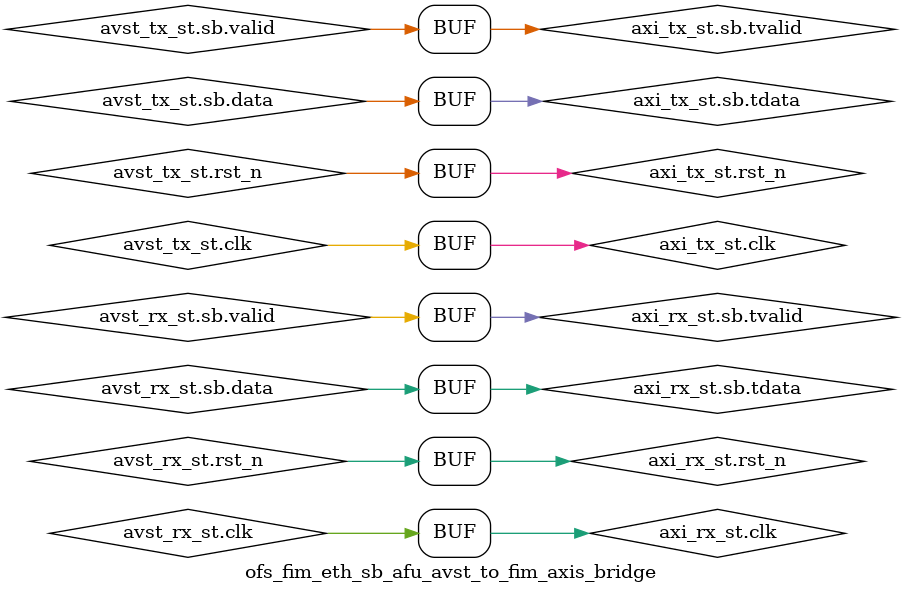
<source format=sv>


module ofs_fim_eth_sb_afu_avst_to_fim_axis_bridge (
   // FIM-side AVST interfaces
   ofs_fim_eth_sideband_tx_avst_if.slave    avst_tx_st,
   ofs_fim_eth_sideband_rx_avst_if.master   avst_rx_st,

   // AFU-side AXI-S interfaces
   ofs_fim_eth_sideband_tx_axis_if.master   axi_tx_st,
   ofs_fim_eth_sideband_rx_axis_if.slave    axi_rx_st
);

   // ****************************************************
   // *-------------- FIM -> AFU Rx Bridge --------------*
   // ****************************************************
   assign avst_rx_st.clk       = axi_rx_st.clk;
   assign avst_rx_st.rst_n     = axi_rx_st.rst_n;
   assign avst_rx_st.sb.valid  = axi_rx_st.sb.tvalid;
   assign avst_rx_st.sb.data   = axi_rx_st.sb.tdata;

   // ****************************************************
   // *-------------- AFU -> FIM Tx Bridge --------------*
   // ****************************************************
   assign avst_tx_st.clk      = axi_tx_st.clk;
   assign avst_tx_st.rst_n    = axi_tx_st.rst_n;
   assign axi_tx_st.sb.tvalid = avst_tx_st.sb.valid;
   assign axi_tx_st.sb.tdata  = avst_tx_st.sb.data;

endmodule

</source>
